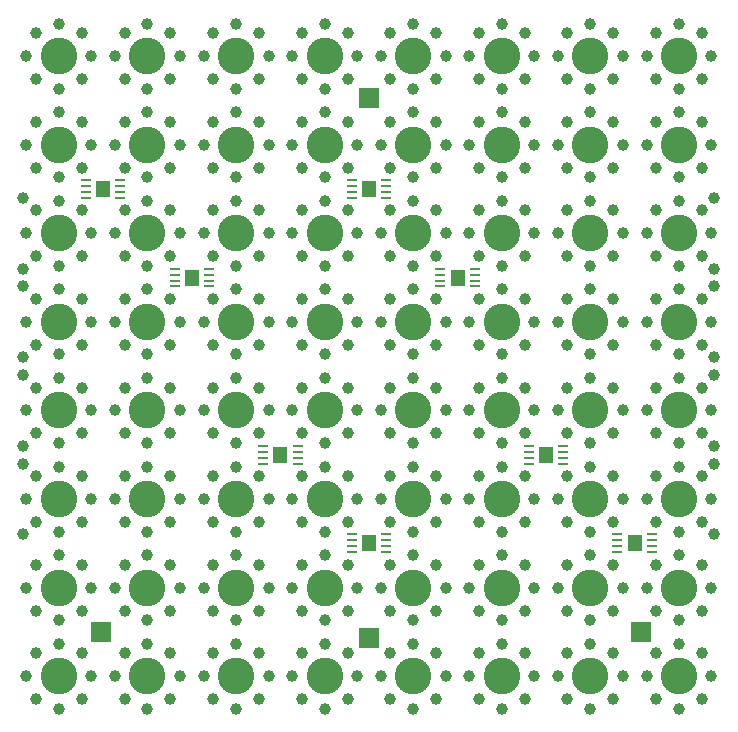
<source format=gbr>
%TF.GenerationSoftware,KiCad,Pcbnew,7.0.1*%
%TF.CreationDate,2023-12-27T11:57:00-05:00*%
%TF.ProjectId,TacTile-A,54616354-696c-4652-9d41-2e6b69636164,rev?*%
%TF.SameCoordinates,Original*%
%TF.FileFunction,Soldermask,Top*%
%TF.FilePolarity,Negative*%
%FSLAX46Y46*%
G04 Gerber Fmt 4.6, Leading zero omitted, Abs format (unit mm)*
G04 Created by KiCad (PCBNEW 7.0.1) date 2023-12-27 11:57:00*
%MOMM*%
%LPD*%
G01*
G04 APERTURE LIST*
G04 Aperture macros list*
%AMRoundRect*
0 Rectangle with rounded corners*
0 $1 Rounding radius*
0 $2 $3 $4 $5 $6 $7 $8 $9 X,Y pos of 4 corners*
0 Add a 4 corners polygon primitive as box body*
4,1,4,$2,$3,$4,$5,$6,$7,$8,$9,$2,$3,0*
0 Add four circle primitives for the rounded corners*
1,1,$1+$1,$2,$3*
1,1,$1+$1,$4,$5*
1,1,$1+$1,$6,$7*
1,1,$1+$1,$8,$9*
0 Add four rect primitives between the rounded corners*
20,1,$1+$1,$2,$3,$4,$5,0*
20,1,$1+$1,$4,$5,$6,$7,0*
20,1,$1+$1,$6,$7,$8,$9,0*
20,1,$1+$1,$8,$9,$2,$3,0*%
G04 Aperture macros list end*
%ADD10C,3.100000*%
%ADD11C,1.000000*%
%ADD12RoundRect,0.062500X-0.325000X-0.062500X0.325000X-0.062500X0.325000X0.062500X-0.325000X0.062500X0*%
%ADD13R,1.300000X1.400000*%
%ADD14RoundRect,0.062500X0.325000X0.062500X-0.325000X0.062500X-0.325000X-0.062500X0.325000X-0.062500X0*%
%ADD15R,1.700000X1.700000*%
G04 APERTURE END LIST*
D10*
%TO.C,L52*%
X51250000Y-73750000D03*
D11*
X51250000Y-71000000D03*
X53190000Y-71810000D03*
X54000000Y-73750000D03*
X53190000Y-75690000D03*
X49310000Y-71810000D03*
X48500000Y-73750000D03*
X49310000Y-75690000D03*
X51250000Y-76500000D03*
%TD*%
D10*
%TO.C,L31*%
X73750000Y-51250000D03*
D11*
X73750000Y-48500000D03*
X75690000Y-49310000D03*
X76500000Y-51250000D03*
X75690000Y-53190000D03*
X71810000Y-49310000D03*
X71000000Y-51250000D03*
X71810000Y-53190000D03*
X73750000Y-54000000D03*
%TD*%
D10*
%TO.C,L11*%
X43750000Y-36250000D03*
D11*
X43750000Y-33500000D03*
X45690000Y-34310000D03*
X46500000Y-36250000D03*
X45690000Y-38190000D03*
X41810000Y-34310000D03*
X41000000Y-36250000D03*
X41810000Y-38190000D03*
X43750000Y-39000000D03*
%TD*%
D10*
%TO.C,L35*%
X43750000Y-58750000D03*
D11*
X43750000Y-56000000D03*
X45690000Y-56810000D03*
X46500000Y-58750000D03*
X45690000Y-60690000D03*
X41810000Y-56810000D03*
X41000000Y-58750000D03*
X41810000Y-60690000D03*
X43750000Y-61500000D03*
%TD*%
%TO.C,JMP2*%
X25750000Y-46750000D03*
%TD*%
D10*
%TO.C,L27*%
X43750000Y-51250000D03*
D11*
X43750000Y-48500000D03*
X45690000Y-49310000D03*
X46500000Y-51250000D03*
X45690000Y-53190000D03*
X41810000Y-49310000D03*
X41000000Y-51250000D03*
X41810000Y-53190000D03*
X43750000Y-54000000D03*
%TD*%
%TO.C,JMP8*%
X25750000Y-69250000D03*
%TD*%
D10*
%TO.C,L17*%
X28750000Y-43750000D03*
D11*
X28750000Y-41000000D03*
X30690000Y-41810000D03*
X31500000Y-43750000D03*
X30690000Y-45690000D03*
X26810000Y-41810000D03*
X26000000Y-43750000D03*
X26810000Y-45690000D03*
X28750000Y-46500000D03*
%TD*%
D12*
%TO.C,U6*%
X61037500Y-46750000D03*
X61037500Y-47250000D03*
X61037500Y-47750000D03*
X61037500Y-48250000D03*
X63962500Y-48250000D03*
X63962500Y-47750000D03*
X63962500Y-47250000D03*
X63962500Y-46750000D03*
D13*
X62500000Y-47500000D03*
%TD*%
D10*
%TO.C,L24*%
X81250000Y-43750000D03*
D11*
X81250000Y-41000000D03*
X83190000Y-41810000D03*
X84000000Y-43750000D03*
X83190000Y-45690000D03*
X79310000Y-41810000D03*
X78500000Y-43750000D03*
X79310000Y-45690000D03*
X81250000Y-46500000D03*
%TD*%
D12*
%TO.C,U8*%
X76037500Y-69250000D03*
X76037500Y-69750000D03*
X76037500Y-70250000D03*
X76037500Y-70750000D03*
X78962500Y-70750000D03*
X78962500Y-70250000D03*
X78962500Y-69750000D03*
X78962500Y-69250000D03*
D13*
X77500000Y-70000000D03*
%TD*%
D11*
%TO.C,JMP16*%
X84250000Y-69250000D03*
%TD*%
%TO.C,JMP6*%
X25750000Y-61750000D03*
%TD*%
D10*
%TO.C,L4*%
X51250000Y-28750000D03*
D11*
X51250000Y-26000000D03*
X53190000Y-26810000D03*
X54000000Y-28750000D03*
X53190000Y-30690000D03*
X49310000Y-26810000D03*
X48500000Y-28750000D03*
X49310000Y-30690000D03*
X51250000Y-31500000D03*
%TD*%
D10*
%TO.C,L62*%
X66250000Y-81250000D03*
D11*
X66250000Y-78500000D03*
X68190000Y-79310000D03*
X69000000Y-81250000D03*
X68190000Y-83190000D03*
X64310000Y-79310000D03*
X63500000Y-81250000D03*
X64310000Y-83190000D03*
X66250000Y-84000000D03*
%TD*%
D10*
%TO.C,L53*%
X58750000Y-73750000D03*
D11*
X58750000Y-71000000D03*
X60690000Y-71810000D03*
X61500000Y-73750000D03*
X60690000Y-75690000D03*
X56810000Y-71810000D03*
X56000000Y-73750000D03*
X56810000Y-75690000D03*
X58750000Y-76500000D03*
%TD*%
D14*
%TO.C,U1*%
X33962500Y-40750000D03*
X33962500Y-40250000D03*
X33962500Y-39750000D03*
X33962500Y-39250000D03*
X31037500Y-39250000D03*
X31037500Y-39750000D03*
X31037500Y-40250000D03*
X31037500Y-40750000D03*
D13*
X32500000Y-40000000D03*
%TD*%
D11*
%TO.C,JMP13*%
X84250000Y-55750000D03*
%TD*%
D10*
%TO.C,L19*%
X43750000Y-43750000D03*
D11*
X43750000Y-41000000D03*
X45690000Y-41810000D03*
X46500000Y-43750000D03*
X45690000Y-45690000D03*
X41810000Y-41810000D03*
X41000000Y-43750000D03*
X41810000Y-45690000D03*
X43750000Y-46500000D03*
%TD*%
D10*
%TO.C,L30*%
X66250000Y-51250000D03*
D11*
X66250000Y-48500000D03*
X68190000Y-49310000D03*
X69000000Y-51250000D03*
X68190000Y-53190000D03*
X64310000Y-49310000D03*
X63500000Y-51250000D03*
X64310000Y-53190000D03*
X66250000Y-54000000D03*
%TD*%
D10*
%TO.C,L45*%
X58750000Y-66250000D03*
D11*
X58750000Y-63500000D03*
X60690000Y-64310000D03*
X61500000Y-66250000D03*
X60690000Y-68190000D03*
X56810000Y-64310000D03*
X56000000Y-66250000D03*
X56810000Y-68190000D03*
X58750000Y-69000000D03*
%TD*%
D10*
%TO.C,L36*%
X51250000Y-58750000D03*
D11*
X51250000Y-56000000D03*
X53190000Y-56810000D03*
X54000000Y-58750000D03*
X53190000Y-60690000D03*
X49310000Y-56810000D03*
X48500000Y-58750000D03*
X49310000Y-60690000D03*
X51250000Y-61500000D03*
%TD*%
%TO.C,JMP14*%
X84250000Y-61750000D03*
%TD*%
D10*
%TO.C,L38*%
X66250000Y-58750000D03*
D11*
X66250000Y-56000000D03*
X68190000Y-56810000D03*
X69000000Y-58750000D03*
X68190000Y-60690000D03*
X64310000Y-56810000D03*
X63500000Y-58750000D03*
X64310000Y-60690000D03*
X66250000Y-61500000D03*
%TD*%
D10*
%TO.C,L16*%
X81250000Y-36250000D03*
D11*
X81250000Y-33500000D03*
X83190000Y-34310000D03*
X84000000Y-36250000D03*
X83190000Y-38190000D03*
X79310000Y-34310000D03*
X78500000Y-36250000D03*
X79310000Y-38190000D03*
X81250000Y-39000000D03*
%TD*%
D10*
%TO.C,L2*%
X36250000Y-28750000D03*
D11*
X36250000Y-26000000D03*
X38190000Y-26810000D03*
X39000000Y-28750000D03*
X38190000Y-30690000D03*
X34310000Y-26810000D03*
X33500000Y-28750000D03*
X34310000Y-30690000D03*
X36250000Y-31500000D03*
%TD*%
%TO.C,JMP4*%
X25750000Y-54250000D03*
%TD*%
D10*
%TO.C,L59*%
X43750000Y-81250000D03*
D11*
X43750000Y-78500000D03*
X45690000Y-79310000D03*
X46500000Y-81250000D03*
X45690000Y-83190000D03*
X41810000Y-79310000D03*
X41000000Y-81250000D03*
X41810000Y-83190000D03*
X43750000Y-84000000D03*
%TD*%
D10*
%TO.C,L34*%
X36250000Y-58750000D03*
D11*
X36250000Y-56000000D03*
X38190000Y-56810000D03*
X39000000Y-58750000D03*
X38190000Y-60690000D03*
X34310000Y-56810000D03*
X33500000Y-58750000D03*
X34310000Y-60690000D03*
X36250000Y-61500000D03*
%TD*%
D10*
%TO.C,L49*%
X28750000Y-73750000D03*
D11*
X28750000Y-71000000D03*
X30690000Y-71810000D03*
X31500000Y-73750000D03*
X30690000Y-75690000D03*
X26810000Y-71810000D03*
X26000000Y-73750000D03*
X26810000Y-75690000D03*
X28750000Y-76500000D03*
%TD*%
D10*
%TO.C,L15*%
X73750000Y-36250000D03*
D11*
X73750000Y-33500000D03*
X75690000Y-34310000D03*
X76500000Y-36250000D03*
X75690000Y-38190000D03*
X71810000Y-34310000D03*
X71000000Y-36250000D03*
X71810000Y-38190000D03*
X73750000Y-39000000D03*
%TD*%
D10*
%TO.C,L39*%
X73750000Y-58750000D03*
D11*
X73750000Y-56000000D03*
X75690000Y-56810000D03*
X76500000Y-58750000D03*
X75690000Y-60690000D03*
X71810000Y-56810000D03*
X71000000Y-58750000D03*
X71810000Y-60690000D03*
X73750000Y-61500000D03*
%TD*%
D10*
%TO.C,L47*%
X73750000Y-66250000D03*
D11*
X73750000Y-63500000D03*
X75690000Y-64310000D03*
X76500000Y-66250000D03*
X75690000Y-68190000D03*
X71810000Y-64310000D03*
X71000000Y-66250000D03*
X71810000Y-68190000D03*
X73750000Y-69000000D03*
%TD*%
D10*
%TO.C,L64*%
X81250000Y-81250000D03*
D11*
X81250000Y-78500000D03*
X83190000Y-79310000D03*
X84000000Y-81250000D03*
X83190000Y-83190000D03*
X79310000Y-79310000D03*
X78500000Y-81250000D03*
X79310000Y-83190000D03*
X81250000Y-84000000D03*
%TD*%
D14*
%TO.C,U4*%
X56462500Y-70750000D03*
X56462500Y-70250000D03*
X56462500Y-69750000D03*
X56462500Y-69250000D03*
X53537500Y-69250000D03*
X53537500Y-69750000D03*
X53537500Y-70250000D03*
X53537500Y-70750000D03*
D13*
X55000000Y-70000000D03*
%TD*%
D11*
%TO.C,JMP7*%
X25750000Y-63250000D03*
%TD*%
D10*
%TO.C,L55*%
X73750000Y-73750000D03*
D11*
X73750000Y-71000000D03*
X75690000Y-71810000D03*
X76500000Y-73750000D03*
X75690000Y-75690000D03*
X71810000Y-71810000D03*
X71000000Y-73750000D03*
X71810000Y-75690000D03*
X73750000Y-76500000D03*
%TD*%
D14*
%TO.C,U3*%
X48962500Y-63250000D03*
X48962500Y-62750000D03*
X48962500Y-62250000D03*
X48962500Y-61750000D03*
X46037500Y-61750000D03*
X46037500Y-62250000D03*
X46037500Y-62750000D03*
X46037500Y-63250000D03*
D13*
X47500000Y-62500000D03*
%TD*%
D10*
%TO.C,L51*%
X43750000Y-73750000D03*
D11*
X43750000Y-71000000D03*
X45690000Y-71810000D03*
X46500000Y-73750000D03*
X45690000Y-75690000D03*
X41810000Y-71810000D03*
X41000000Y-73750000D03*
X41810000Y-75690000D03*
X43750000Y-76500000D03*
%TD*%
D10*
%TO.C,L12*%
X51250000Y-36250000D03*
D11*
X51250000Y-33500000D03*
X53190000Y-34310000D03*
X54000000Y-36250000D03*
X53190000Y-38190000D03*
X49310000Y-34310000D03*
X48500000Y-36250000D03*
X49310000Y-38190000D03*
X51250000Y-39000000D03*
%TD*%
D10*
%TO.C,L54*%
X66250000Y-73750000D03*
D11*
X66250000Y-71000000D03*
X68190000Y-71810000D03*
X69000000Y-73750000D03*
X68190000Y-75690000D03*
X64310000Y-71810000D03*
X63500000Y-73750000D03*
X64310000Y-75690000D03*
X66250000Y-76500000D03*
%TD*%
D10*
%TO.C,L3*%
X43750000Y-28750000D03*
D11*
X43750000Y-26000000D03*
X45690000Y-26810000D03*
X46500000Y-28750000D03*
X45690000Y-30690000D03*
X41810000Y-26810000D03*
X41000000Y-28750000D03*
X41810000Y-30690000D03*
X43750000Y-31500000D03*
%TD*%
D10*
%TO.C,L6*%
X66250000Y-28750000D03*
D11*
X66250000Y-26000000D03*
X68190000Y-26810000D03*
X69000000Y-28750000D03*
X68190000Y-30690000D03*
X64310000Y-26810000D03*
X63500000Y-28750000D03*
X64310000Y-30690000D03*
X66250000Y-31500000D03*
%TD*%
D14*
%TO.C,U2*%
X41462500Y-48250000D03*
X41462500Y-47750000D03*
X41462500Y-47250000D03*
X41462500Y-46750000D03*
X38537500Y-46750000D03*
X38537500Y-47250000D03*
X38537500Y-47750000D03*
X38537500Y-48250000D03*
D13*
X40000000Y-47500000D03*
%TD*%
D11*
%TO.C,JMP5*%
X25750000Y-55750000D03*
%TD*%
D15*
%TO.C,J4*%
X55000000Y-78000000D03*
%TD*%
D11*
%TO.C,JMP1*%
X25750000Y-40750000D03*
%TD*%
%TO.C,JMP15*%
X84250000Y-63250000D03*
%TD*%
D10*
%TO.C,L5*%
X58750000Y-28750000D03*
D11*
X58750000Y-26000000D03*
X60690000Y-26810000D03*
X61500000Y-28750000D03*
X60690000Y-30690000D03*
X56810000Y-26810000D03*
X56000000Y-28750000D03*
X56810000Y-30690000D03*
X58750000Y-31500000D03*
%TD*%
D10*
%TO.C,L20*%
X51250000Y-43750000D03*
D11*
X51250000Y-41000000D03*
X53190000Y-41810000D03*
X54000000Y-43750000D03*
X53190000Y-45690000D03*
X49310000Y-41810000D03*
X48500000Y-43750000D03*
X49310000Y-45690000D03*
X51250000Y-46500000D03*
%TD*%
D10*
%TO.C,L46*%
X66250000Y-66250000D03*
D11*
X66250000Y-63500000D03*
X68190000Y-64310000D03*
X69000000Y-66250000D03*
X68190000Y-68190000D03*
X64310000Y-64310000D03*
X63500000Y-66250000D03*
X64310000Y-68190000D03*
X66250000Y-69000000D03*
%TD*%
D10*
%TO.C,L23*%
X73750000Y-43750000D03*
D11*
X73750000Y-41000000D03*
X75690000Y-41810000D03*
X76500000Y-43750000D03*
X75690000Y-45690000D03*
X71810000Y-41810000D03*
X71000000Y-43750000D03*
X71810000Y-45690000D03*
X73750000Y-46500000D03*
%TD*%
D10*
%TO.C,L10*%
X36250000Y-36250000D03*
D11*
X36250000Y-33500000D03*
X38190000Y-34310000D03*
X39000000Y-36250000D03*
X38190000Y-38190000D03*
X34310000Y-34310000D03*
X33500000Y-36250000D03*
X34310000Y-38190000D03*
X36250000Y-39000000D03*
%TD*%
%TO.C,JMP9*%
X84250000Y-40750000D03*
%TD*%
D10*
%TO.C,L56*%
X81250000Y-73750000D03*
D11*
X81250000Y-71000000D03*
X83190000Y-71810000D03*
X84000000Y-73750000D03*
X83190000Y-75690000D03*
X79310000Y-71810000D03*
X78500000Y-73750000D03*
X79310000Y-75690000D03*
X81250000Y-76500000D03*
%TD*%
D10*
%TO.C,L37*%
X58750000Y-58750000D03*
D11*
X58750000Y-56000000D03*
X60690000Y-56810000D03*
X61500000Y-58750000D03*
X60690000Y-60690000D03*
X56810000Y-56810000D03*
X56000000Y-58750000D03*
X56810000Y-60690000D03*
X58750000Y-61500000D03*
%TD*%
D10*
%TO.C,L33*%
X28750000Y-58750000D03*
D11*
X28750000Y-56000000D03*
X30690000Y-56810000D03*
X31500000Y-58750000D03*
X30690000Y-60690000D03*
X26810000Y-56810000D03*
X26000000Y-58750000D03*
X26810000Y-60690000D03*
X28750000Y-61500000D03*
%TD*%
D15*
%TO.C,J3*%
X55000000Y-32300000D03*
%TD*%
D11*
%TO.C,JMP12*%
X84250000Y-54250000D03*
%TD*%
D10*
%TO.C,L26*%
X36250000Y-51250000D03*
D11*
X36250000Y-48500000D03*
X38190000Y-49310000D03*
X39000000Y-51250000D03*
X38190000Y-53190000D03*
X34310000Y-49310000D03*
X33500000Y-51250000D03*
X34310000Y-53190000D03*
X36250000Y-54000000D03*
%TD*%
D12*
%TO.C,U7*%
X68537500Y-61750000D03*
X68537500Y-62250000D03*
X68537500Y-62750000D03*
X68537500Y-63250000D03*
X71462500Y-63250000D03*
X71462500Y-62750000D03*
X71462500Y-62250000D03*
X71462500Y-61750000D03*
D13*
X70000000Y-62500000D03*
%TD*%
D10*
%TO.C,L50*%
X36250000Y-73750000D03*
D11*
X36250000Y-71000000D03*
X38190000Y-71810000D03*
X39000000Y-73750000D03*
X38190000Y-75690000D03*
X34310000Y-71810000D03*
X33500000Y-73750000D03*
X34310000Y-75690000D03*
X36250000Y-76500000D03*
%TD*%
D10*
%TO.C,L1*%
X28750000Y-28750000D03*
D11*
X28750000Y-26000000D03*
X30690000Y-26810000D03*
X31500000Y-28750000D03*
X30690000Y-30690000D03*
X26810000Y-26810000D03*
X26000000Y-28750000D03*
X26810000Y-30690000D03*
X28750000Y-31500000D03*
%TD*%
D10*
%TO.C,L28*%
X51250000Y-51250000D03*
D11*
X51250000Y-48500000D03*
X53190000Y-49310000D03*
X54000000Y-51250000D03*
X53190000Y-53190000D03*
X49310000Y-49310000D03*
X48500000Y-51250000D03*
X49310000Y-53190000D03*
X51250000Y-54000000D03*
%TD*%
D10*
%TO.C,L61*%
X58750000Y-81250000D03*
D11*
X58750000Y-78500000D03*
X60690000Y-79310000D03*
X61500000Y-81250000D03*
X60690000Y-83190000D03*
X56810000Y-79310000D03*
X56000000Y-81250000D03*
X56810000Y-83190000D03*
X58750000Y-84000000D03*
%TD*%
%TO.C,JMP3*%
X25750000Y-48250000D03*
%TD*%
D10*
%TO.C,L8*%
X81250000Y-28750000D03*
D11*
X81250000Y-26000000D03*
X83190000Y-26810000D03*
X84000000Y-28750000D03*
X83190000Y-30690000D03*
X79310000Y-26810000D03*
X78500000Y-28750000D03*
X79310000Y-30690000D03*
X81250000Y-31500000D03*
%TD*%
D10*
%TO.C,L42*%
X36250000Y-66250000D03*
D11*
X36250000Y-63500000D03*
X38190000Y-64310000D03*
X39000000Y-66250000D03*
X38190000Y-68190000D03*
X34310000Y-64310000D03*
X33500000Y-66250000D03*
X34310000Y-68190000D03*
X36250000Y-69000000D03*
%TD*%
D10*
%TO.C,L63*%
X73750000Y-81250000D03*
D11*
X73750000Y-78500000D03*
X75690000Y-79310000D03*
X76500000Y-81250000D03*
X75690000Y-83190000D03*
X71810000Y-79310000D03*
X71000000Y-81250000D03*
X71810000Y-83190000D03*
X73750000Y-84000000D03*
%TD*%
D10*
%TO.C,L25*%
X28750000Y-51250000D03*
D11*
X28750000Y-48500000D03*
X30690000Y-49310000D03*
X31500000Y-51250000D03*
X30690000Y-53190000D03*
X26810000Y-49310000D03*
X26000000Y-51250000D03*
X26810000Y-53190000D03*
X28750000Y-54000000D03*
%TD*%
%TO.C,JMP10*%
X84250000Y-46750000D03*
%TD*%
D15*
%TO.C,J2*%
X78000000Y-77500000D03*
%TD*%
D10*
%TO.C,L29*%
X58750000Y-51250000D03*
D11*
X58750000Y-48500000D03*
X60690000Y-49310000D03*
X61500000Y-51250000D03*
X60690000Y-53190000D03*
X56810000Y-49310000D03*
X56000000Y-51250000D03*
X56810000Y-53190000D03*
X58750000Y-54000000D03*
%TD*%
D12*
%TO.C,U5*%
X53537500Y-39250000D03*
X53537500Y-39750000D03*
X53537500Y-40250000D03*
X53537500Y-40750000D03*
X56462500Y-40750000D03*
X56462500Y-40250000D03*
X56462500Y-39750000D03*
X56462500Y-39250000D03*
D13*
X55000000Y-40000000D03*
%TD*%
D10*
%TO.C,L14*%
X66250000Y-36250000D03*
D11*
X66250000Y-33500000D03*
X68190000Y-34310000D03*
X69000000Y-36250000D03*
X68190000Y-38190000D03*
X64310000Y-34310000D03*
X63500000Y-36250000D03*
X64310000Y-38190000D03*
X66250000Y-39000000D03*
%TD*%
D10*
%TO.C,L7*%
X73750000Y-28750000D03*
D11*
X73750000Y-26000000D03*
X75690000Y-26810000D03*
X76500000Y-28750000D03*
X75690000Y-30690000D03*
X71810000Y-26810000D03*
X71000000Y-28750000D03*
X71810000Y-30690000D03*
X73750000Y-31500000D03*
%TD*%
D10*
%TO.C,L9*%
X28750000Y-36250000D03*
D11*
X28750000Y-33500000D03*
X30690000Y-34310000D03*
X31500000Y-36250000D03*
X30690000Y-38190000D03*
X26810000Y-34310000D03*
X26000000Y-36250000D03*
X26810000Y-38190000D03*
X28750000Y-39000000D03*
%TD*%
D10*
%TO.C,L57*%
X28750000Y-81250000D03*
D11*
X28750000Y-78500000D03*
X30690000Y-79310000D03*
X31500000Y-81250000D03*
X30690000Y-83190000D03*
X26810000Y-79310000D03*
X26000000Y-81250000D03*
X26810000Y-83190000D03*
X28750000Y-84000000D03*
%TD*%
D10*
%TO.C,L40*%
X81250000Y-58750000D03*
D11*
X81250000Y-56000000D03*
X83190000Y-56810000D03*
X84000000Y-58750000D03*
X83190000Y-60690000D03*
X79310000Y-56810000D03*
X78500000Y-58750000D03*
X79310000Y-60690000D03*
X81250000Y-61500000D03*
%TD*%
D10*
%TO.C,L58*%
X36250000Y-81250000D03*
D11*
X36250000Y-78500000D03*
X38190000Y-79310000D03*
X39000000Y-81250000D03*
X38190000Y-83190000D03*
X34310000Y-79310000D03*
X33500000Y-81250000D03*
X34310000Y-83190000D03*
X36250000Y-84000000D03*
%TD*%
D10*
%TO.C,L43*%
X43750000Y-66250000D03*
D11*
X43750000Y-63500000D03*
X45690000Y-64310000D03*
X46500000Y-66250000D03*
X45690000Y-68190000D03*
X41810000Y-64310000D03*
X41000000Y-66250000D03*
X41810000Y-68190000D03*
X43750000Y-69000000D03*
%TD*%
%TO.C,JMP11*%
X84250000Y-48250000D03*
%TD*%
D10*
%TO.C,L41*%
X28750000Y-66250000D03*
D11*
X28750000Y-63500000D03*
X30690000Y-64310000D03*
X31500000Y-66250000D03*
X30690000Y-68190000D03*
X26810000Y-64310000D03*
X26000000Y-66250000D03*
X26810000Y-68190000D03*
X28750000Y-69000000D03*
%TD*%
D15*
%TO.C,J1*%
X32300000Y-77500000D03*
%TD*%
D10*
%TO.C,L60*%
X51250000Y-81250000D03*
D11*
X51250000Y-78500000D03*
X53190000Y-79310000D03*
X54000000Y-81250000D03*
X53190000Y-83190000D03*
X49310000Y-79310000D03*
X48500000Y-81250000D03*
X49310000Y-83190000D03*
X51250000Y-84000000D03*
%TD*%
D10*
%TO.C,L21*%
X58750000Y-43750000D03*
D11*
X58750000Y-41000000D03*
X60690000Y-41810000D03*
X61500000Y-43750000D03*
X60690000Y-45690000D03*
X56810000Y-41810000D03*
X56000000Y-43750000D03*
X56810000Y-45690000D03*
X58750000Y-46500000D03*
%TD*%
D10*
%TO.C,L13*%
X58750000Y-36250000D03*
D11*
X58750000Y-33500000D03*
X60690000Y-34310000D03*
X61500000Y-36250000D03*
X60690000Y-38190000D03*
X56810000Y-34310000D03*
X56000000Y-36250000D03*
X56810000Y-38190000D03*
X58750000Y-39000000D03*
%TD*%
D10*
%TO.C,L44*%
X51250000Y-66250000D03*
D11*
X51250000Y-63500000D03*
X53190000Y-64310000D03*
X54000000Y-66250000D03*
X53190000Y-68190000D03*
X49310000Y-64310000D03*
X48500000Y-66250000D03*
X49310000Y-68190000D03*
X51250000Y-69000000D03*
%TD*%
D10*
%TO.C,L32*%
X81250000Y-51250000D03*
D11*
X81250000Y-48500000D03*
X83190000Y-49310000D03*
X84000000Y-51250000D03*
X83190000Y-53190000D03*
X79310000Y-49310000D03*
X78500000Y-51250000D03*
X79310000Y-53190000D03*
X81250000Y-54000000D03*
%TD*%
D10*
%TO.C,L22*%
X66250000Y-43750000D03*
D11*
X66250000Y-41000000D03*
X68190000Y-41810000D03*
X69000000Y-43750000D03*
X68190000Y-45690000D03*
X64310000Y-41810000D03*
X63500000Y-43750000D03*
X64310000Y-45690000D03*
X66250000Y-46500000D03*
%TD*%
D10*
%TO.C,L48*%
X81250000Y-66250000D03*
D11*
X81250000Y-63500000D03*
X83190000Y-64310000D03*
X84000000Y-66250000D03*
X83190000Y-68190000D03*
X79310000Y-64310000D03*
X78500000Y-66250000D03*
X79310000Y-68190000D03*
X81250000Y-69000000D03*
%TD*%
D10*
%TO.C,L18*%
X36250000Y-43750000D03*
D11*
X36250000Y-41000000D03*
X38190000Y-41810000D03*
X39000000Y-43750000D03*
X38190000Y-45690000D03*
X34310000Y-41810000D03*
X33500000Y-43750000D03*
X34310000Y-45690000D03*
X36250000Y-46500000D03*
%TD*%
M02*

</source>
